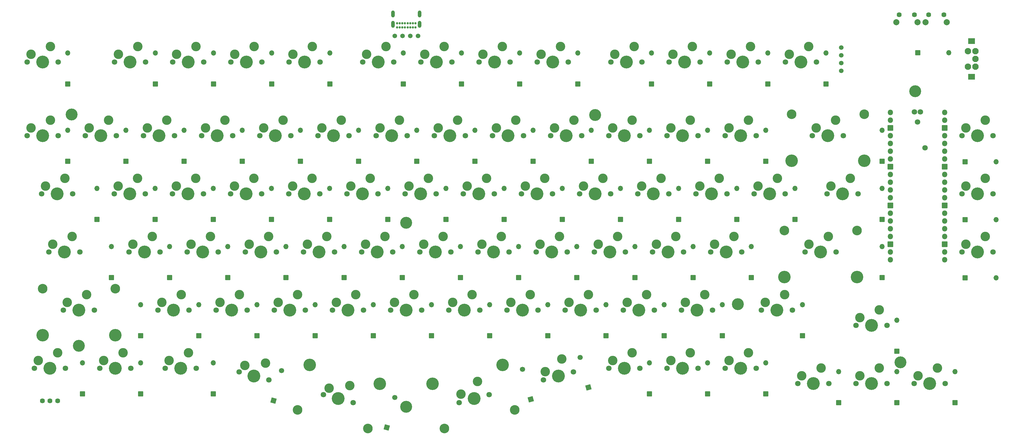
<source format=gbr>
%TF.GenerationSoftware,KiCad,Pcbnew,(6.0.7)*%
%TF.CreationDate,2022-12-11T22:06:55+01:00*%
%TF.ProjectId,middle,6d696464-6c65-42e6-9b69-6361645f7063,rev?*%
%TF.SameCoordinates,Original*%
%TF.FileFunction,Soldermask,Top*%
%TF.FilePolarity,Negative*%
%FSLAX46Y46*%
G04 Gerber Fmt 4.6, Leading zero omitted, Abs format (unit mm)*
G04 Created by KiCad (PCBNEW (6.0.7)) date 2022-12-11 22:06:55*
%MOMM*%
%LPD*%
G01*
G04 APERTURE LIST*
G04 Aperture macros list*
%AMRoundRect*
0 Rectangle with rounded corners*
0 $1 Rounding radius*
0 $2 $3 $4 $5 $6 $7 $8 $9 X,Y pos of 4 corners*
0 Add a 4 corners polygon primitive as box body*
4,1,4,$2,$3,$4,$5,$6,$7,$8,$9,$2,$3,0*
0 Add four circle primitives for the rounded corners*
1,1,$1+$1,$2,$3*
1,1,$1+$1,$4,$5*
1,1,$1+$1,$6,$7*
1,1,$1+$1,$8,$9*
0 Add four rect primitives between the rounded corners*
20,1,$1+$1,$2,$3,$4,$5,0*
20,1,$1+$1,$4,$5,$6,$7,0*
20,1,$1+$1,$6,$7,$8,$9,0*
20,1,$1+$1,$8,$9,$2,$3,0*%
%AMHorizOval*
0 Thick line with rounded ends*
0 $1 width*
0 $2 $3 position (X,Y) of the first rounded end (center of the circle)*
0 $4 $5 position (X,Y) of the second rounded end (center of the circle)*
0 Add line between two ends*
20,1,$1,$2,$3,$4,$5,0*
0 Add two circle primitives to create the rounded ends*
1,1,$1,$2,$3*
1,1,$1,$4,$5*%
G04 Aperture macros list end*
%ADD10C,1.800000*%
%ADD11C,4.200000*%
%ADD12C,3.100000*%
%ADD13RoundRect,0.050000X0.800000X-0.800000X0.800000X0.800000X-0.800000X0.800000X-0.800000X-0.800000X0*%
%ADD14O,1.700000X1.700000*%
%ADD15C,1.624000*%
%ADD16C,2.100000*%
%ADD17RoundRect,0.050000X1.050000X0.900000X-1.050000X0.900000X-1.050000X-0.900000X1.050000X-0.900000X0*%
%ADD18RoundRect,0.050000X-0.800000X-0.800000X0.800000X-0.800000X0.800000X0.800000X-0.800000X0.800000X0*%
%ADD19C,2.000000*%
%ADD20RoundRect,0.050000X0.979796X-0.565685X0.565685X0.979796X-0.979796X0.565685X-0.565685X-0.979796X0*%
%ADD21HorizOval,1.700000X0.000000X0.000000X0.000000X0.000000X0*%
%ADD22C,3.900000*%
%ADD23C,3.150000*%
%ADD24C,4.100000*%
%ADD25RoundRect,0.050000X0.565685X-0.979796X0.979796X0.565685X-0.565685X0.979796X-0.979796X-0.565685X0*%
%ADD26HorizOval,1.700000X0.000000X0.000000X0.000000X0.000000X0*%
%ADD27C,1.497000*%
%ADD28C,0.750000*%
%ADD29O,1.208000X2.316000*%
%ADD30O,1.800000X1.800000*%
%ADD31RoundRect,0.050000X0.850000X0.850000X-0.850000X0.850000X-0.850000X-0.850000X0.850000X-0.850000X0*%
G04 APERTURE END LIST*
D10*
%TO.C,KD13*%
X369780000Y-96195000D03*
X359620000Y-96195000D03*
D11*
X364700000Y-96195000D03*
D12*
X360890000Y-93655000D03*
X367240000Y-91115000D03*
%TD*%
D13*
%TO.C,DA9*%
X257924800Y-79257500D03*
D14*
X257924800Y-69097500D03*
%TD*%
D13*
%TO.C,DD12*%
X333487300Y-142720000D03*
D14*
X333487300Y-132560000D03*
%TD*%
D15*
%TO.C,J4*%
X58430000Y-183090000D03*
X60930000Y-183090000D03*
X63430000Y-183090000D03*
%TD*%
D16*
%TO.C,SWA13*%
X364025000Y-73570000D03*
X364025000Y-68570000D03*
X364025000Y-71070000D03*
D17*
X362775000Y-76920000D03*
X362775000Y-65220000D03*
D16*
X361525000Y-68570000D03*
X361525000Y-73570000D03*
%TD*%
D12*
%TO.C,KA5*%
X170965000Y-67015000D03*
X164615000Y-69555000D03*
D10*
X173505000Y-72095000D03*
X163345000Y-72095000D03*
D11*
X168425000Y-72095000D03*
%TD*%
D13*
%TO.C,DB9*%
X238237300Y-104620000D03*
D14*
X238237300Y-94460000D03*
%TD*%
D11*
%TO.C,KF9*%
X287125000Y-172395000D03*
D12*
X289665000Y-167315000D03*
X283315000Y-169855000D03*
D10*
X292205000Y-172395000D03*
X282045000Y-172395000D03*
%TD*%
D13*
%TO.C,DF8*%
X276337300Y-180820000D03*
D14*
X276337300Y-170660000D03*
%TD*%
D11*
%TO.C,KC7*%
X201400000Y-115245000D03*
D10*
X196320000Y-115245000D03*
D12*
X197590000Y-112705000D03*
D10*
X206480000Y-115245000D03*
D12*
X203940000Y-110165000D03*
%TD*%
D13*
%TO.C,DC12*%
X304912300Y-123670000D03*
D14*
X304912300Y-113510000D03*
%TD*%
D18*
%TO.C,DD13*%
X360652500Y-104734800D03*
D14*
X370812500Y-104734800D03*
%TD*%
D12*
%TO.C,KE11*%
X301571250Y-148265000D03*
D10*
X293951250Y-153345000D03*
D11*
X299031250Y-153345000D03*
D12*
X295221250Y-150805000D03*
D10*
X304111250Y-153345000D03*
%TD*%
D15*
%TO.C,RSW0*%
X339070000Y-56570000D03*
X344070000Y-56570000D03*
D19*
X338070000Y-59070000D03*
X345070000Y-59070000D03*
%TD*%
D11*
%TO.C,KC9*%
X239500000Y-115245000D03*
D12*
X242040000Y-110165000D03*
D10*
X234420000Y-115245000D03*
D12*
X235690000Y-112705000D03*
D10*
X244580000Y-115245000D03*
%TD*%
%TO.C,KB9*%
X224895000Y-96195000D03*
X235055000Y-96195000D03*
D11*
X229975000Y-96195000D03*
D12*
X232515000Y-91115000D03*
X226165000Y-93655000D03*
%TD*%
D13*
%TO.C,DA2*%
X114474800Y-79257500D03*
D14*
X114474800Y-69097500D03*
%TD*%
D13*
%TO.C,DA11*%
X296024800Y-79257500D03*
D14*
X296024800Y-69097500D03*
%TD*%
D13*
%TO.C,DB12*%
X295387300Y-104620000D03*
D14*
X295387300Y-94460000D03*
%TD*%
D13*
%TO.C,DC6*%
X190612300Y-123670000D03*
D14*
X190612300Y-113510000D03*
%TD*%
D13*
%TO.C,DD8*%
X233474800Y-142720000D03*
D14*
X233474800Y-132560000D03*
%TD*%
D10*
%TO.C,KF3*%
X132655117Y-176258015D03*
D12*
X131516466Y-170693711D03*
D11*
X127748214Y-174943214D03*
D12*
X124725437Y-171503662D03*
D10*
X122841311Y-173628413D03*
%TD*%
D13*
%TO.C,DE4*%
X166799800Y-161770000D03*
D14*
X166799800Y-151610000D03*
%TD*%
D13*
%TO.C,DA1*%
X95424800Y-79257500D03*
D14*
X95424800Y-69097500D03*
%TD*%
D20*
%TO.C,DF5*%
X218345211Y-182569508D03*
D21*
X215715609Y-172755702D03*
%TD*%
D13*
%TO.C,DD7*%
X214424800Y-142720000D03*
D14*
X214424800Y-132560000D03*
%TD*%
D12*
%TO.C,KB0*%
X54715000Y-93655000D03*
D11*
X58525000Y-96195000D03*
D10*
X53445000Y-96195000D03*
X63605000Y-96195000D03*
D12*
X61065000Y-91115000D03*
%TD*%
D13*
%TO.C,DD1*%
X100124800Y-142720000D03*
D14*
X100124800Y-132560000D03*
%TD*%
D12*
%TO.C,KC2*%
X102340000Y-112705000D03*
X108690000Y-110165000D03*
D10*
X101070000Y-115245000D03*
X111230000Y-115245000D03*
D11*
X106150000Y-115245000D03*
%TD*%
D12*
%TO.C,KD7*%
X208702500Y-129215000D03*
D10*
X201082500Y-134295000D03*
D11*
X206162500Y-134295000D03*
D12*
X202352500Y-131755000D03*
D10*
X211242500Y-134295000D03*
%TD*%
D11*
%TO.C,KA7*%
X206525000Y-72095000D03*
D12*
X209065000Y-67015000D03*
D10*
X201445000Y-72095000D03*
X211605000Y-72095000D03*
D12*
X202715000Y-69555000D03*
%TD*%
D11*
%TO.C,KC3*%
X125200000Y-115245000D03*
D12*
X127740000Y-110165000D03*
D10*
X130280000Y-115245000D03*
D12*
X121390000Y-112705000D03*
D10*
X120120000Y-115245000D03*
%TD*%
D22*
%TO.C,MountTopMiddle4*%
X177590000Y-124780000D03*
%TD*%
D13*
%TO.C,DA3*%
X133524800Y-79257500D03*
D14*
X133524800Y-69097500D03*
%TD*%
D13*
%TO.C,DF1*%
X90599800Y-180820000D03*
D14*
X90599800Y-170660000D03*
%TD*%
D13*
%TO.C,DF12*%
X357294800Y-183667500D03*
D14*
X357294800Y-173507500D03*
%TD*%
D13*
%TO.C,DE6*%
X204899800Y-161770000D03*
D14*
X204899800Y-151610000D03*
%TD*%
D11*
%TO.C,KA10*%
X268725000Y-72095000D03*
D10*
X273805000Y-72095000D03*
X263645000Y-72095000D03*
D12*
X264915000Y-69555000D03*
X271265000Y-67015000D03*
%TD*%
D11*
%TO.C,KC5*%
X163300000Y-115245000D03*
D12*
X159490000Y-112705000D03*
X165840000Y-110165000D03*
D10*
X168380000Y-115245000D03*
X158220000Y-115245000D03*
%TD*%
D13*
%TO.C,DA6*%
X195724800Y-79257500D03*
D14*
X195724800Y-69097500D03*
%TD*%
D13*
%TO.C,DC5*%
X171562300Y-123670000D03*
D14*
X171562300Y-113510000D03*
%TD*%
D13*
%TO.C,DA7*%
X214774800Y-79257500D03*
D14*
X214774800Y-69097500D03*
%TD*%
D11*
%TO.C,KF11*%
X329987500Y-177445000D03*
D12*
X332527500Y-172365000D03*
D10*
X324907500Y-177445000D03*
D12*
X326177500Y-174905000D03*
D10*
X335067500Y-177445000D03*
%TD*%
D22*
%TO.C,MountTopMiddle2*%
X68040000Y-89290000D03*
%TD*%
D11*
%TO.C,KE7*%
X215687500Y-153345000D03*
D12*
X211877500Y-150805000D03*
D10*
X210607500Y-153345000D03*
D12*
X218227500Y-148265000D03*
D10*
X220767500Y-153345000D03*
%TD*%
D11*
%TO.C,KF12*%
X349037500Y-177445000D03*
D10*
X354117500Y-177445000D03*
X343957500Y-177445000D03*
D12*
X345227500Y-174905000D03*
X351577500Y-172365000D03*
%TD*%
D13*
%TO.C,DC13*%
X333487300Y-123670000D03*
D14*
X333487300Y-113510000D03*
%TD*%
D13*
%TO.C,DD2*%
X119174800Y-142720000D03*
D14*
X119174800Y-132560000D03*
%TD*%
D10*
%TO.C,KE5*%
X182667500Y-153345000D03*
D12*
X173777500Y-150805000D03*
X180127500Y-148265000D03*
D11*
X177587500Y-153345000D03*
D10*
X172507500Y-153345000D03*
%TD*%
%TO.C,KB5*%
X158855000Y-96195000D03*
D12*
X156315000Y-91115000D03*
D11*
X153775000Y-96195000D03*
D10*
X148695000Y-96195000D03*
D12*
X149965000Y-93655000D03*
%TD*%
D13*
%TO.C,DE9*%
X262049800Y-161770000D03*
D14*
X262049800Y-151610000D03*
%TD*%
D13*
%TO.C,DF9*%
X295387300Y-180820000D03*
D14*
X295387300Y-170660000D03*
%TD*%
D10*
%TO.C,KD10*%
X268392500Y-134295000D03*
X258232500Y-134295000D03*
D12*
X265852500Y-129215000D03*
D11*
X263312500Y-134295000D03*
D12*
X259502500Y-131755000D03*
%TD*%
D13*
%TO.C,DC9*%
X247762300Y-123670000D03*
D14*
X247762300Y-113510000D03*
%TD*%
D10*
%TO.C,KA0*%
X53445000Y-72095000D03*
X63605000Y-72095000D03*
D12*
X61065000Y-67015000D03*
D11*
X58525000Y-72095000D03*
D12*
X54715000Y-69555000D03*
%TD*%
D13*
%TO.C,DB0*%
X66787300Y-104620000D03*
D14*
X66787300Y-94460000D03*
%TD*%
D10*
%TO.C,KD1*%
X86782500Y-134295000D03*
X96942500Y-134295000D03*
D11*
X91862500Y-134295000D03*
D12*
X94402500Y-129215000D03*
X88052500Y-131755000D03*
%TD*%
D11*
%TO.C,KB10*%
X249025000Y-96195000D03*
D10*
X254105000Y-96195000D03*
D12*
X251565000Y-91115000D03*
D10*
X243945000Y-96195000D03*
D12*
X245215000Y-93655000D03*
%TD*%
%TO.C,KC11*%
X273790000Y-112705000D03*
D10*
X272520000Y-115245000D03*
D11*
X277600000Y-115245000D03*
D10*
X282680000Y-115245000D03*
D12*
X280140000Y-110165000D03*
%TD*%
D13*
%TO.C,DC8*%
X228712300Y-123670000D03*
D14*
X228712300Y-113510000D03*
%TD*%
D12*
%TO.C,KF1*%
X84877500Y-167315000D03*
D10*
X77257500Y-172395000D03*
D11*
X82337500Y-172395000D03*
D10*
X87417500Y-172395000D03*
D12*
X78527500Y-169855000D03*
%TD*%
%TO.C,KE6*%
X199177500Y-148265000D03*
D11*
X196637500Y-153345000D03*
D10*
X201717500Y-153345000D03*
D12*
X192827500Y-150805000D03*
D10*
X191557500Y-153345000D03*
%TD*%
D12*
%TO.C,KA3*%
X127815000Y-67015000D03*
X121465000Y-69555000D03*
D10*
X120195000Y-72095000D03*
D11*
X125275000Y-72095000D03*
D10*
X130355000Y-72095000D03*
%TD*%
D13*
%TO.C,DD3*%
X138224800Y-142720000D03*
D14*
X138224800Y-132560000D03*
%TD*%
D13*
%TO.C,DE12*%
X338249800Y-166820000D03*
D14*
X338249800Y-156660000D03*
%TD*%
D12*
%TO.C,KE4*%
X154727500Y-150805000D03*
D10*
X163617500Y-153345000D03*
D11*
X158537500Y-153345000D03*
D10*
X153457500Y-153345000D03*
D12*
X161077500Y-148265000D03*
%TD*%
D13*
%TO.C,DC1*%
X95362300Y-123670000D03*
D14*
X95362300Y-113510000D03*
%TD*%
D11*
%TO.C,KD11*%
X282362500Y-134295000D03*
D10*
X277282500Y-134295000D03*
X287442500Y-134295000D03*
D12*
X284902500Y-129215000D03*
X278552500Y-131755000D03*
%TD*%
D22*
%TO.C,MountTopMiddle5*%
X286220000Y-151440000D03*
%TD*%
D13*
%TO.C,DD6*%
X195374800Y-142720000D03*
D14*
X195374800Y-132560000D03*
%TD*%
D10*
%TO.C,KD8*%
X220132500Y-134295000D03*
D12*
X227752500Y-129215000D03*
X221402500Y-131755000D03*
D11*
X225212500Y-134295000D03*
D10*
X230292500Y-134295000D03*
%TD*%
%TO.C,KF0*%
X55826250Y-172395000D03*
D12*
X57096250Y-169855000D03*
D10*
X65986250Y-172395000D03*
D11*
X60906250Y-172395000D03*
D12*
X63446250Y-167315000D03*
%TD*%
D13*
%TO.C,DB11*%
X276337300Y-104620000D03*
D14*
X276337300Y-94460000D03*
%TD*%
D11*
%TO.C,KE3*%
X139487500Y-153345000D03*
D12*
X142027500Y-148265000D03*
D10*
X144567500Y-153345000D03*
X134407500Y-153345000D03*
D12*
X135677500Y-150805000D03*
%TD*%
%TO.C,KF10*%
X313477500Y-172365000D03*
D10*
X316017500Y-177445000D03*
D12*
X307127500Y-174905000D03*
D11*
X310937500Y-177445000D03*
D10*
X305857500Y-177445000D03*
%TD*%
D13*
%TO.C,DE0*%
X90599800Y-161770000D03*
D14*
X90599800Y-151610000D03*
%TD*%
D22*
%TO.C,MountTopMiddle1*%
X70420000Y-165090000D03*
%TD*%
D13*
%TO.C,DE5*%
X185849800Y-161770000D03*
D14*
X185849800Y-151610000D03*
%TD*%
D13*
%TO.C,DA10*%
X276974800Y-79257500D03*
D14*
X276974800Y-69097500D03*
%TD*%
D13*
%TO.C,DD0*%
X81074800Y-142720000D03*
D14*
X81074800Y-132560000D03*
%TD*%
D13*
%TO.C,DC3*%
X133462300Y-123670000D03*
D14*
X133462300Y-113510000D03*
%TD*%
D13*
%TO.C,DF10*%
X319194800Y-183667500D03*
D14*
X319194800Y-173507500D03*
%TD*%
D13*
%TO.C,DD4*%
X157274800Y-142720000D03*
D14*
X157274800Y-132560000D03*
%TD*%
D10*
%TO.C,KC0*%
X58207500Y-115245000D03*
X68367500Y-115245000D03*
D12*
X65827500Y-110165000D03*
D11*
X63287500Y-115245000D03*
D12*
X59477500Y-112705000D03*
%TD*%
D13*
%TO.C,DB13*%
X333487300Y-104620000D03*
D14*
X333487300Y-94460000D03*
%TD*%
D10*
%TO.C,KD6*%
X182032500Y-134295000D03*
D12*
X189652500Y-129215000D03*
X183302500Y-131755000D03*
D11*
X187112500Y-134295000D03*
D10*
X192192500Y-134295000D03*
%TD*%
D12*
%TO.C,KB2*%
X92815000Y-93655000D03*
D11*
X96625000Y-96195000D03*
D10*
X91545000Y-96195000D03*
X101705000Y-96195000D03*
D12*
X99165000Y-91115000D03*
%TD*%
%TO.C,KC4*%
X140440000Y-112705000D03*
D11*
X144250000Y-115245000D03*
D12*
X146790000Y-110165000D03*
D10*
X149330000Y-115245000D03*
X139170000Y-115245000D03*
%TD*%
D13*
%TO.C,DA0*%
X66774800Y-79257500D03*
D14*
X66774800Y-69097500D03*
%TD*%
D10*
%TO.C,KD0*%
X60588750Y-134295000D03*
D12*
X61858750Y-131755000D03*
D11*
X65668750Y-134295000D03*
D10*
X70748750Y-134295000D03*
D12*
X68208750Y-129215000D03*
%TD*%
%TO.C,KD3*%
X132502500Y-129215000D03*
D10*
X135042500Y-134295000D03*
X124882500Y-134295000D03*
D11*
X129962500Y-134295000D03*
D12*
X126152500Y-131755000D03*
%TD*%
%TO.C,KF5*%
X195487878Y-180871618D03*
D10*
X204732359Y-181024168D03*
D11*
X199825455Y-182338969D03*
D23*
X213132871Y-186024849D03*
D12*
X200964106Y-176774665D03*
D10*
X194918552Y-183653769D03*
D24*
X186199434Y-177464033D03*
D23*
X190143836Y-192184743D03*
D24*
X209188468Y-171304140D03*
%TD*%
D25*
%TO.C,DF4*%
X171217756Y-191830435D03*
D26*
X173847358Y-182016628D03*
%TD*%
D13*
%TO.C,DE10*%
X281099800Y-161770000D03*
D14*
X281099800Y-151610000D03*
%TD*%
D11*
%TO.C,KF8*%
X268075000Y-172395000D03*
D10*
X262995000Y-172395000D03*
D12*
X264265000Y-169855000D03*
X270615000Y-167315000D03*
D10*
X273155000Y-172395000D03*
%TD*%
D13*
%TO.C,DA4*%
X152574800Y-79257500D03*
D14*
X152574800Y-69097500D03*
%TD*%
D12*
%TO.C,KA11*%
X283965000Y-69555000D03*
D10*
X292855000Y-72095000D03*
D12*
X290315000Y-67015000D03*
D11*
X287775000Y-72095000D03*
D10*
X282695000Y-72095000D03*
%TD*%
%TO.C,KD5*%
X162982500Y-134295000D03*
X173142500Y-134295000D03*
D12*
X170602500Y-129215000D03*
X164252500Y-131755000D03*
D11*
X168062500Y-134295000D03*
%TD*%
D10*
%TO.C,KA9*%
X254755000Y-72095000D03*
D12*
X245865000Y-69555000D03*
X252215000Y-67015000D03*
D10*
X244595000Y-72095000D03*
D11*
X249675000Y-72095000D03*
%TD*%
D13*
%TO.C,DC4*%
X152512300Y-123670000D03*
D14*
X152512300Y-113510000D03*
%TD*%
D12*
%TO.C,KE8*%
X230927500Y-150805000D03*
D10*
X229657500Y-153345000D03*
X239817500Y-153345000D03*
D12*
X237277500Y-148265000D03*
D11*
X234737500Y-153345000D03*
%TD*%
%TO.C,KB3*%
X115675000Y-96195000D03*
D12*
X111865000Y-93655000D03*
X118215000Y-91115000D03*
D10*
X110595000Y-96195000D03*
X120755000Y-96195000D03*
%TD*%
D22*
%TO.C,MountTopMiddle3*%
X177620000Y-185070000D03*
%TD*%
D13*
%TO.C,DE2*%
X128699800Y-161770000D03*
D14*
X128699800Y-151610000D03*
%TD*%
D13*
%TO.C,DD11*%
X290624800Y-142720000D03*
D14*
X290624800Y-132560000D03*
%TD*%
D10*
%TO.C,KC6*%
X177270000Y-115245000D03*
D12*
X184890000Y-110165000D03*
D11*
X182350000Y-115245000D03*
D12*
X178540000Y-112705000D03*
D10*
X187430000Y-115245000D03*
%TD*%
%TO.C,KB8*%
X205845000Y-96195000D03*
D12*
X207115000Y-93655000D03*
D10*
X216005000Y-96195000D03*
D11*
X210925000Y-96195000D03*
D12*
X213465000Y-91115000D03*
%TD*%
D13*
%TO.C,DF2*%
X114412300Y-180820000D03*
D14*
X114412300Y-170660000D03*
%TD*%
D12*
%TO.C,KA1*%
X89715000Y-67015000D03*
D10*
X92255000Y-72095000D03*
X82095000Y-72095000D03*
D11*
X87175000Y-72095000D03*
D12*
X83365000Y-69555000D03*
%TD*%
D15*
%TO.C,RSW1*%
X348650000Y-56580000D03*
X353650000Y-56580000D03*
D19*
X354650000Y-59080000D03*
X347650000Y-59080000D03*
%TD*%
D10*
%TO.C,KA12*%
X311905000Y-72095000D03*
X301745000Y-72095000D03*
D11*
X306825000Y-72095000D03*
D12*
X309365000Y-67015000D03*
X303015000Y-69555000D03*
%TD*%
D13*
%TO.C,DF11*%
X338244800Y-183667500D03*
D14*
X338244800Y-173507500D03*
%TD*%
D11*
%TO.C,KA8*%
X225575000Y-72095000D03*
D12*
X221765000Y-69555000D03*
D10*
X230655000Y-72095000D03*
X220495000Y-72095000D03*
D12*
X228115000Y-67015000D03*
%TD*%
D13*
%TO.C,DF0*%
X71549800Y-180820000D03*
D14*
X71549800Y-170660000D03*
%TD*%
D11*
%TO.C,KE2*%
X120437500Y-153345000D03*
D12*
X122977500Y-148265000D03*
X116627500Y-150805000D03*
D10*
X115357500Y-153345000D03*
X125517500Y-153345000D03*
%TD*%
D13*
%TO.C,DB2*%
X104887300Y-104620000D03*
D14*
X104887300Y-94460000D03*
%TD*%
D13*
%TO.C,DF7*%
X257287300Y-180820000D03*
D14*
X257287300Y-170660000D03*
%TD*%
D27*
%TO.C,J1*%
X320100000Y-74955000D03*
X320100000Y-72415000D03*
X320100000Y-69875000D03*
X320100000Y-67335000D03*
%TD*%
D13*
%TO.C,DB4*%
X142987300Y-104620000D03*
D14*
X142987300Y-94460000D03*
%TD*%
D10*
%TO.C,KE13*%
X359620000Y-115245000D03*
D12*
X367240000Y-110165000D03*
D10*
X369780000Y-115245000D03*
D12*
X360890000Y-112705000D03*
D11*
X364700000Y-115245000D03*
%TD*%
%TO.C,KC8*%
X220450000Y-115245000D03*
D12*
X222990000Y-110165000D03*
D10*
X215370000Y-115245000D03*
X225530000Y-115245000D03*
D12*
X216640000Y-112705000D03*
%TD*%
D13*
%TO.C,DA5*%
X176674800Y-79257500D03*
D14*
X176674800Y-69097500D03*
%TD*%
D13*
%TO.C,DB10*%
X257287300Y-104620000D03*
D14*
X257287300Y-94460000D03*
%TD*%
D12*
%TO.C,KD4*%
X151552500Y-129215000D03*
D10*
X143932500Y-134295000D03*
X154092500Y-134295000D03*
D12*
X145202500Y-131755000D03*
D11*
X149012500Y-134295000D03*
%TD*%
D13*
%TO.C,DE1*%
X109649800Y-161770000D03*
D14*
X109649800Y-151610000D03*
%TD*%
D13*
%TO.C,DB5*%
X162037300Y-104620000D03*
D14*
X162037300Y-94460000D03*
%TD*%
D13*
%TO.C,DC0*%
X76312300Y-123670000D03*
D14*
X76312300Y-113510000D03*
%TD*%
D10*
%TO.C,KB11*%
X262995000Y-96195000D03*
D12*
X270615000Y-91115000D03*
X264265000Y-93655000D03*
D10*
X273155000Y-96195000D03*
D11*
X268075000Y-96195000D03*
%TD*%
D10*
%TO.C,KF7*%
X254105000Y-172395000D03*
D11*
X249025000Y-172395000D03*
D12*
X251565000Y-167315000D03*
D10*
X243945000Y-172395000D03*
D12*
X245215000Y-169855000D03*
%TD*%
D10*
%TO.C,KE0*%
X75511250Y-153345000D03*
D24*
X58531250Y-161585000D03*
D11*
X70431250Y-153345000D03*
D12*
X72971250Y-148265000D03*
D24*
X82331250Y-161585000D03*
D23*
X82331250Y-146345000D03*
D12*
X66621250Y-150805000D03*
D23*
X58531250Y-146345000D03*
D10*
X65351250Y-153345000D03*
%TD*%
D12*
%TO.C,KC1*%
X89640000Y-110165000D03*
D11*
X87100000Y-115245000D03*
D12*
X83290000Y-112705000D03*
D10*
X82020000Y-115245000D03*
X92180000Y-115245000D03*
%TD*%
D13*
%TO.C,DA12*%
X315074800Y-79257500D03*
D14*
X315074800Y-69097500D03*
%TD*%
D11*
%TO.C,KE1*%
X101387500Y-153345000D03*
D12*
X103927500Y-148265000D03*
D10*
X106467500Y-153345000D03*
X96307500Y-153345000D03*
D12*
X97577500Y-150805000D03*
%TD*%
D11*
%TO.C,KC13*%
X320462500Y-115245000D03*
D12*
X323002500Y-110165000D03*
D10*
X325542500Y-115245000D03*
D12*
X316652500Y-112705000D03*
D10*
X315382500Y-115245000D03*
%TD*%
D23*
%TO.C,KB13*%
X327600000Y-89195000D03*
D10*
X310620000Y-96195000D03*
D11*
X315700000Y-96195000D03*
D12*
X311890000Y-93655000D03*
X318240000Y-91115000D03*
D24*
X327600000Y-104435000D03*
D10*
X320780000Y-96195000D03*
D24*
X303800000Y-104435000D03*
D23*
X303800000Y-89195000D03*
%TD*%
D10*
%TO.C,KF4*%
X160256448Y-183653769D03*
D11*
X155349545Y-182338968D03*
D24*
X145986531Y-171304140D03*
D12*
X152326768Y-178899416D03*
D24*
X168975566Y-177464033D03*
D10*
X150442641Y-181024168D03*
D12*
X159117797Y-178089465D03*
D23*
X165031164Y-192184742D03*
X142042129Y-186024849D03*
%TD*%
D11*
%TO.C,KA4*%
X144325000Y-72095000D03*
D12*
X140515000Y-69555000D03*
D10*
X149405000Y-72095000D03*
X139245000Y-72095000D03*
D12*
X146865000Y-67015000D03*
%TD*%
%TO.C,KC12*%
X299190000Y-110165000D03*
D11*
X296650000Y-115245000D03*
D10*
X291570000Y-115245000D03*
D12*
X292840000Y-112705000D03*
D10*
X301730000Y-115245000D03*
%TD*%
%TO.C,KB12*%
X282045000Y-96195000D03*
D12*
X283315000Y-93655000D03*
D11*
X287125000Y-96195000D03*
D12*
X289665000Y-91115000D03*
D10*
X292205000Y-96195000D03*
%TD*%
%TO.C,KB4*%
X139805000Y-96195000D03*
D12*
X130915000Y-93655000D03*
X137265000Y-91115000D03*
D10*
X129645000Y-96195000D03*
D11*
X134725000Y-96195000D03*
%TD*%
D12*
%TO.C,KB6*%
X175365000Y-91115000D03*
D11*
X172825000Y-96195000D03*
D10*
X177905000Y-96195000D03*
D12*
X169015000Y-93655000D03*
D10*
X167745000Y-96195000D03*
%TD*%
D27*
%TO.C,JUSB2*%
X173840000Y-63550000D03*
X176380000Y-63550000D03*
X178920000Y-63550000D03*
X181460000Y-63550000D03*
%TD*%
D13*
%TO.C,DB6*%
X181087300Y-104620000D03*
D14*
X181087300Y-94460000D03*
%TD*%
D25*
%TO.C,DF3*%
X134165026Y-183030671D03*
D26*
X136794628Y-173216864D03*
%TD*%
D10*
%TO.C,KA6*%
X182395000Y-72095000D03*
X192555000Y-72095000D03*
D11*
X187475000Y-72095000D03*
D12*
X183665000Y-69555000D03*
X190015000Y-67015000D03*
%TD*%
D10*
%TO.C,KA2*%
X101145000Y-72095000D03*
D12*
X108765000Y-67015000D03*
D10*
X111305000Y-72095000D03*
D11*
X106225000Y-72095000D03*
D12*
X102415000Y-69555000D03*
%TD*%
D13*
%TO.C,DE3*%
X147749800Y-161770000D03*
D14*
X147749800Y-151610000D03*
%TD*%
D18*
%TO.C,DA13*%
X345112500Y-69074800D03*
D14*
X355272500Y-69074800D03*
%TD*%
D13*
%TO.C,DB7*%
X200137300Y-104620000D03*
D14*
X200137300Y-94460000D03*
%TD*%
D11*
%TO.C,KF2*%
X103768750Y-172395000D03*
D10*
X108848750Y-172395000D03*
D12*
X99958750Y-169855000D03*
D10*
X98688750Y-172395000D03*
D12*
X106308750Y-167315000D03*
%TD*%
D22*
%TO.C,MountTopMiddle8*%
X344270000Y-81670000D03*
%TD*%
D10*
%TO.C,KD2*%
X105832500Y-134295000D03*
D11*
X110912500Y-134295000D03*
D12*
X113452500Y-129215000D03*
D10*
X115992500Y-134295000D03*
D12*
X107102500Y-131755000D03*
%TD*%
%TO.C,KF13*%
X367240000Y-129215000D03*
X360890000Y-131755000D03*
D10*
X359620000Y-134295000D03*
X369780000Y-134295000D03*
D11*
X364700000Y-134295000D03*
%TD*%
D12*
%TO.C,KB7*%
X188065000Y-93655000D03*
X194415000Y-91115000D03*
D10*
X186795000Y-96195000D03*
X196955000Y-96195000D03*
D11*
X191875000Y-96195000D03*
%TD*%
D10*
%TO.C,KE10*%
X267757500Y-153345000D03*
D12*
X269027500Y-150805000D03*
D10*
X277917500Y-153345000D03*
D11*
X272837500Y-153345000D03*
D12*
X275377500Y-148265000D03*
%TD*%
D13*
%TO.C,DE11*%
X307342791Y-161769900D03*
D14*
X307342791Y-151609900D03*
%TD*%
D13*
%TO.C,DA8*%
X233824800Y-79257500D03*
D14*
X233824800Y-69097500D03*
%TD*%
D13*
%TO.C,DD9*%
X252524800Y-142720000D03*
D14*
X252524800Y-132560000D03*
%TD*%
D22*
%TO.C,MountTopMiddle6*%
X239480000Y-89430000D03*
%TD*%
D13*
%TO.C,DE8*%
X242999800Y-161770000D03*
D14*
X242999800Y-151610000D03*
%TD*%
D11*
%TO.C,KB1*%
X77575000Y-96195000D03*
D10*
X72495000Y-96195000D03*
D12*
X73765000Y-93655000D03*
D10*
X82655000Y-96195000D03*
D12*
X80115000Y-91115000D03*
%TD*%
D18*
%TO.C,DF13*%
X360652500Y-142784800D03*
D14*
X370812500Y-142784800D03*
%TD*%
D13*
%TO.C,DC7*%
X209662300Y-123670000D03*
D14*
X209662300Y-113510000D03*
%TD*%
D18*
%TO.C,DE13*%
X360652500Y-123744800D03*
D14*
X370812500Y-123744800D03*
%TD*%
D12*
%TO.C,KD12*%
X309508750Y-131755000D03*
D11*
X313318750Y-134295000D03*
D10*
X318398750Y-134295000D03*
D23*
X301418750Y-127295000D03*
D10*
X308238750Y-134295000D03*
D12*
X315858750Y-129215000D03*
D24*
X325218750Y-142535000D03*
D23*
X325218750Y-127295000D03*
D24*
X301418750Y-142535000D03*
%TD*%
D13*
%TO.C,DB1*%
X85837300Y-104620000D03*
D14*
X85837300Y-94460000D03*
%TD*%
D13*
%TO.C,DD10*%
X271574800Y-142720000D03*
D14*
X271574800Y-132560000D03*
%TD*%
D13*
%TO.C,DD5*%
X176324800Y-142720000D03*
D14*
X176324800Y-132560000D03*
%TD*%
D13*
%TO.C,DB8*%
X219187300Y-104620000D03*
D14*
X219187300Y-94460000D03*
%TD*%
D20*
%TO.C,DF6*%
X237225625Y-178664292D03*
D21*
X234596023Y-168850486D03*
%TD*%
D10*
%TO.C,KE9*%
X248707500Y-153345000D03*
D12*
X256327500Y-148265000D03*
X249977500Y-150805000D03*
D10*
X258867500Y-153345000D03*
D11*
X253787500Y-153345000D03*
%TD*%
D13*
%TO.C,DE7*%
X223949800Y-161770000D03*
D14*
X223949800Y-151610000D03*
%TD*%
D10*
%TO.C,KC10*%
X263630000Y-115245000D03*
D12*
X261090000Y-110165000D03*
X254740000Y-112705000D03*
D10*
X253470000Y-115245000D03*
D11*
X258550000Y-115245000D03*
%TD*%
D10*
%TO.C,KE12*%
X335067500Y-158395000D03*
X324907500Y-158395000D03*
D11*
X329987500Y-158395000D03*
D12*
X332527500Y-153315000D03*
X326177500Y-155855000D03*
%TD*%
D13*
%TO.C,DC11*%
X285862300Y-123670000D03*
D14*
X285862300Y-113510000D03*
%TD*%
D13*
%TO.C,DB3*%
X123937300Y-104620000D03*
D14*
X123937300Y-94460000D03*
%TD*%
D13*
%TO.C,DC10*%
X266812300Y-123670000D03*
D14*
X266812300Y-113510000D03*
%TD*%
D12*
%TO.C,KD9*%
X240452500Y-131755000D03*
D10*
X239182500Y-134295000D03*
D11*
X244262500Y-134295000D03*
D10*
X249342500Y-134295000D03*
D12*
X246802500Y-129215000D03*
%TD*%
D22*
%TO.C,MountTopMiddle7*%
X339490000Y-170500000D03*
%TD*%
D11*
%TO.C,KF6*%
X227426786Y-174943214D03*
D12*
X223089208Y-173475863D03*
D10*
X222519883Y-176258015D03*
X232333689Y-173628413D03*
D12*
X228565437Y-169378911D03*
%TD*%
D13*
%TO.C,DC2*%
X114412300Y-123670000D03*
D14*
X114412300Y-113510000D03*
%TD*%
D28*
%TO.C,JUSB1*%
X174645000Y-60700000D03*
X175495000Y-60700000D03*
X176345000Y-60700000D03*
X177195000Y-60700000D03*
X178045000Y-60700000D03*
X178895000Y-60700000D03*
X179745000Y-60700000D03*
X180595000Y-60700000D03*
X180595000Y-59350000D03*
X179745000Y-59350000D03*
X178895000Y-59350000D03*
X178045000Y-59350000D03*
X177195000Y-59350000D03*
X176345000Y-59350000D03*
X175495000Y-59350000D03*
X174645000Y-59350000D03*
D29*
X173295000Y-59720000D03*
X181945000Y-59720000D03*
X181945000Y-56340000D03*
X173295000Y-56340000D03*
%TD*%
D30*
%TO.C,U0*%
X353900000Y-88590000D03*
X353900000Y-91130000D03*
D31*
X353900000Y-93670000D03*
D30*
X353900000Y-96210000D03*
X353900000Y-98750000D03*
X353900000Y-101290000D03*
X353900000Y-103830000D03*
D31*
X353900000Y-106370000D03*
D30*
X353900000Y-108910000D03*
X353900000Y-111450000D03*
X353900000Y-113990000D03*
X353900000Y-116530000D03*
D31*
X353900000Y-119070000D03*
D30*
X353900000Y-121610000D03*
X353900000Y-124150000D03*
X353900000Y-126690000D03*
X353900000Y-129230000D03*
D31*
X353900000Y-131770000D03*
D30*
X353900000Y-134310000D03*
X353900000Y-136850000D03*
X336120000Y-136850000D03*
X336120000Y-134310000D03*
D31*
X336120000Y-131770000D03*
D30*
X336120000Y-129230000D03*
X336120000Y-126690000D03*
X336120000Y-124150000D03*
X336120000Y-121610000D03*
D31*
X336120000Y-119070000D03*
D30*
X336120000Y-116530000D03*
X336120000Y-113990000D03*
X336120000Y-111450000D03*
X336120000Y-108910000D03*
D31*
X336120000Y-106370000D03*
D30*
X336120000Y-103830000D03*
X336120000Y-101290000D03*
X336120000Y-98750000D03*
X336120000Y-96210000D03*
D31*
X336120000Y-93670000D03*
D30*
X336120000Y-91130000D03*
X336120000Y-88590000D03*
D10*
X345010000Y-91720000D03*
X344010000Y-88420000D03*
X346010000Y-88420000D03*
X347510000Y-100220000D03*
%TD*%
M02*

</source>
